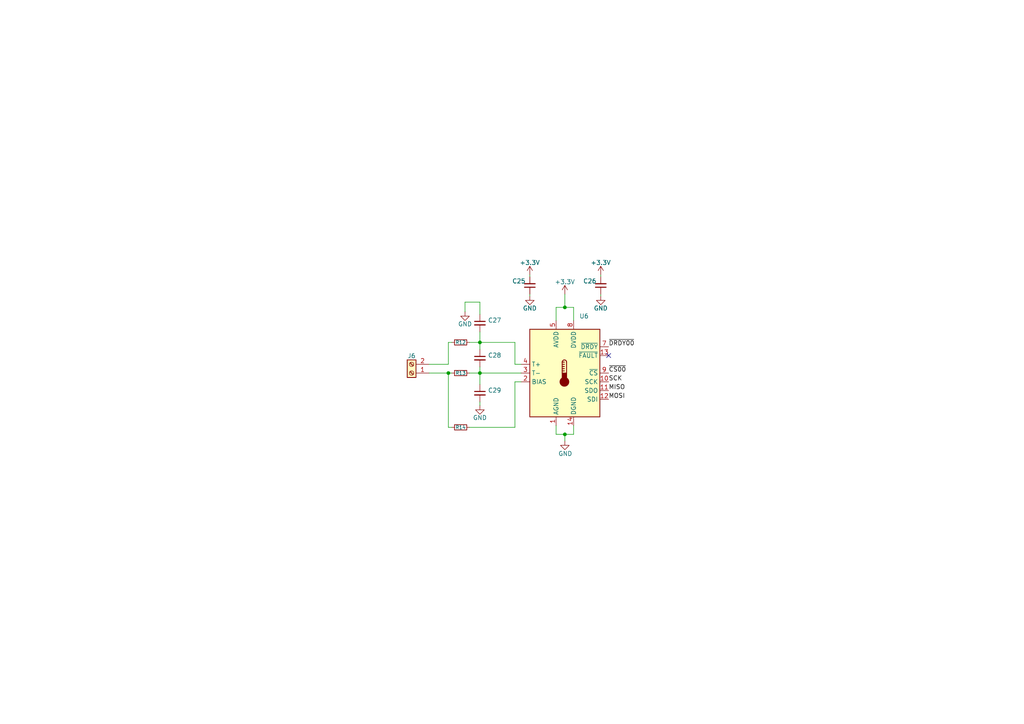
<source format=kicad_sch>
(kicad_sch (version 20211123) (generator eeschema)
  (paper "A4")
  (lib_symbols
    (symbol "Connector:Screw_Terminal_01x02" (pin_names (offset 1.016) hide)
      (property "Reference" "J" (at 0 2.54 0))
      (property "Value" "Screw_Terminal_01x02" (at 0 -5.08 0))
      (symbol "Screw_Terminal_01x02_1_1"
        (rectangle (start -1.27 1.27) (end 1.27 -3.81) (stroke (width 0.254)) (fill (type background)))
        (circle (center 0 -2.54) (radius 0.635) (stroke (width 0.1524)))
        (polyline (pts (xy -0.5334 -2.2098) (xy 0.3302 -3.048)) (stroke (width 0.1524)))
        (polyline (pts (xy -0.5334 0.3302) (xy 0.3302 -0.508)) (stroke (width 0.1524)))
        (polyline (pts (xy -0.3556 -2.032) (xy 0.508 -2.8702)) (stroke (width 0.1524)))
        (polyline (pts (xy -0.3556 0.508) (xy 0.508 -0.3302)) (stroke (width 0.1524)))
        (circle (center 0 0) (radius 0.635) (stroke (width 0.1524)))
        (pin passive line (at -5.08 0 0) (length 3.81) (name "Pin_1") (number "1"))
        (pin passive line (at -5.08 -2.54 0) (length 3.81) (name "Pin_2") (number "2"))
      )
    )
    (symbol "Device:C_Small" (pin_numbers hide) (pin_names (offset 0.254) hide)
      (property "Reference" "C" (at 0.254 1.778 0))
      (property "Value" "C_Small" (at 0.254 -2.032 0))
      (symbol "C_Small_0_1"
        (polyline (pts (xy -1.524 -0.508) (xy 1.524 -0.508)) (stroke (width 0.3302)))
        (polyline (pts (xy -1.524 0.508) (xy 1.524 0.508)) (stroke (width 0.3048)))
      )
      (symbol "C_Small_1_1"
        (pin passive line (at 0 2.54 270) (length 2.032) (name "~") (number "1"))
        (pin passive line (at 0 -2.54 90) (length 2.032) (name "~") (number "2"))
      )
    )
    (symbol "Device:R_Small" (pin_numbers hide) (pin_names (offset 0.254) hide)
      (property "Reference" "R" (at 0.762 0.508 0))
      (property "Value" "R_Small" (at 0.762 -1.016 0))
      (symbol "R_Small_0_1"
        (rectangle (start -0.762 1.778) (end 0.762 -1.778) (stroke (width 0.2032)))
      )
      (symbol "R_Small_1_1"
        (pin passive line (at 0 2.54 270) (length 0.762) (name "~") (number "1"))
        (pin passive line (at 0 -2.54 90) (length 0.762) (name "~") (number "2"))
      )
    )
    (symbol "Sensor_Temperature:MAX31856"
      (property "Reference" "U" (at -7.62 13.97 0))
      (property "Value" "MAX31856" (at 13.97 13.97 0))
      (symbol "MAX31856_0_1"
        (rectangle (start -10.16 12.7) (end 10.16 -12.7) (stroke (width 0.254)) (fill (type background)))
        (circle (center -0.127 -2.54) (radius 1.27) (stroke (width 0.254)) (fill (type outline)))
        (polyline (pts (xy -0.762 0.635) (xy -0.127 0.635)) (stroke (width 0.254)))
        (polyline (pts (xy -0.762 1.27) (xy -0.127 1.27)) (stroke (width 0.254)))
        (polyline (pts (xy -0.762 1.905) (xy -0.127 1.905)) (stroke (width 0.254)))
        (polyline (pts (xy -0.762 2.54) (xy -0.127 2.54)) (stroke (width 0.254)))
        (polyline (pts (xy -0.762 3.175) (xy -0.762 0)) (stroke (width 0.254)))
        (polyline (pts (xy -0.762 3.175) (xy -0.127 3.175)) (stroke (width 0.254)))
        (polyline (pts (xy 0.508 3.175) (xy 0.508 0)) (stroke (width 0.254)))
        (rectangle (start 0.508 -1.905) (end -0.762 0) (stroke (width 0.254)) (fill (type outline)))
        (arc (start 0.508 3.175) (mid -0.127 3.81) (end -0.762 3.175) (stroke (width 0.254)))
      )
      (symbol "MAX31856_1_1"
        (pin power_in line (at -2.54 -15.24 90) (length 2.54) (name "AGND") (number "1"))
        (pin input line (at 12.7 -2.54 180) (length 2.54) (name "SCK") (number "10"))
        (pin output line (at 12.7 -5.08 180) (length 2.54) (name "SDO") (number "11"))
        (pin input line (at 12.7 -7.62 180) (length 2.54) (name "SDI") (number "12"))
        (pin output line (at 12.7 5.08 180) (length 2.54) (name "~{FAULT}") (number "13"))
        (pin power_in line (at 2.54 -15.24 90) (length 2.54) (name "DGND") (number "14"))
        (pin input line (at -12.7 -2.54 0) (length 2.54) (name "BIAS") (number "2"))
        (pin input line (at -12.7 0 0) (length 2.54) (name "T-") (number "3"))
        (pin input line (at -12.7 2.54 0) (length 2.54) (name "T+") (number "4"))
        (pin power_in line (at -2.54 15.24 270) (length 2.54) (name "AVDD") (number "5"))
        (pin no_connect line (at -10.16 -7.62 0) (length 2.54) hide (name "DNC") (number "6"))
        (pin output line (at 12.7 7.62 180) (length 2.54) (name "~{DRDY}") (number "7"))
        (pin power_in line (at 2.54 15.24 270) (length 2.54) (name "DVDD") (number "8"))
        (pin input line (at 12.7 0 180) (length 2.54) (name "~{CS}") (number "9"))
      )
    )
    (symbol "power:+3.3V" (power) (pin_names (offset 0))
      (property "Value" "+3.3V" (at 0 3.556 0))
      (symbol "+3.3V_0_1"
        (polyline (pts (xy -0.762 1.27) (xy 0 2.54)))
        (polyline (pts (xy 0 0) (xy 0 2.54)))
        (polyline (pts (xy 0 2.54) (xy 0.762 1.27)))
      )
      (symbol "+3.3V_1_1"
        (pin power_in line (at 0 0 90) (length 0) hide (name "+3.3V") (number "1"))
      )
    )
    (symbol "power:GND" (power) (pin_names (offset 0))
      (property "Value" "GND" (at 0 -3.81 0))
      (symbol "GND_0_1"
        (polyline (pts (xy 0 0) (xy 0 -1.27) (xy 1.27 -1.27) (xy 0 -2.54) (xy -1.27 -1.27) (xy 0 -1.27)))
      )
      (symbol "GND_1_1"
        (pin power_in line (at 0 0 270) (length 0) hide (name "GND") (number "1"))
      )
    )
  )
  (junction (at 130.048 108.204))
  (junction (at 163.83 125.984))
  (junction (at 139.192 108.204))
  (junction (at 139.192 99.314))
  (junction (at 163.83 89.154))
  (no_connect (at 176.53 103.124))
  (wire (pts (xy 163.83 89.154) (xy 166.37 89.154)))
  (wire (pts (xy 163.83 85.344) (xy 163.83 89.154)))
  (wire (pts (xy 130.048 99.314) (xy 131.064 99.314)))
  (wire (pts (xy 130.048 123.952) (xy 131.064 123.952)))
  (wire (pts (xy 139.192 116.586) (xy 139.192 117.602)))
  (wire (pts (xy 139.192 108.204) (xy 139.192 111.506)))
  (wire (pts (xy 139.192 108.204) (xy 151.13 108.204)))
  (wire (pts (xy 151.13 105.664) (xy 149.352 105.664)))
  (wire (pts (xy 174.244 79.756) (xy 174.244 80.264)))
  (wire (pts (xy 149.352 105.664) (xy 149.352 99.314)))
  (wire (pts (xy 149.352 123.952) (xy 136.144 123.952)))
  (wire (pts (xy 153.67 85.344) (xy 153.67 85.852)))
  (wire (pts (xy 124.46 108.204) (xy 130.048 108.204)))
  (wire (pts (xy 163.83 125.984) (xy 163.83 127.889)))
  (wire (pts (xy 124.46 105.664) (xy 130.048 105.664)))
  (wire (pts (xy 149.352 110.744) (xy 149.352 123.952)))
  (wire (pts (xy 136.144 108.204) (xy 139.192 108.204)))
  (wire (pts (xy 139.192 99.314) (xy 139.192 101.346)))
  (wire (pts (xy 130.048 108.204) (xy 131.064 108.204)))
  (wire (pts (xy 134.874 87.63) (xy 134.874 90.424)))
  (wire (pts (xy 130.048 108.204) (xy 130.048 123.952)))
  (wire (pts (xy 161.29 92.964) (xy 161.29 89.154)))
  (wire (pts (xy 139.192 106.426) (xy 139.192 108.204)))
  (wire (pts (xy 139.192 87.63) (xy 134.874 87.63)))
  (wire (pts (xy 139.192 96.266) (xy 139.192 99.314)))
  (wire (pts (xy 136.144 99.314) (xy 139.192 99.314)))
  (wire (pts (xy 130.048 99.314) (xy 130.048 105.664)))
  (wire (pts (xy 174.244 85.344) (xy 174.244 85.852)))
  (wire (pts (xy 166.37 89.154) (xy 166.37 92.964)))
  (wire (pts (xy 166.37 125.984) (xy 166.37 123.444)))
  (wire (pts (xy 161.29 123.444) (xy 161.29 125.984)))
  (wire (pts (xy 151.13 110.744) (xy 149.352 110.744)))
  (wire (pts (xy 163.83 125.984) (xy 166.37 125.984)))
  (wire (pts (xy 139.192 91.186) (xy 139.192 87.63)))
  (wire (pts (xy 161.29 89.154) (xy 163.83 89.154)))
  (wire (pts (xy 161.29 125.984) (xy 163.83 125.984)))
  (wire (pts (xy 153.67 79.756) (xy 153.67 80.264)))
  (wire (pts (xy 149.352 99.314) (xy 139.192 99.314)))
  (label "~{CS00}" (at 176.53 108.204 0))
  (label "SCK" (at 176.53 110.744 0))
  (label "MISO" (at 176.53 113.284 0))
  (label "MOSI" (at 176.53 115.824 0))
  (label "~{DRDY00}" (at 176.53 100.584 0))
  (symbol (lib_id "Device:R_Small") (at 133.604 108.204 90) (unit 1)
    (property "Reference" "R13" (at 133.604 108.204 90) (effects (font (size 1 1))))
  )
  (symbol (lib_id "power:+3.3V") (at 163.83 85.344 0) (unit 1)
    (property "Reference" "#PWR042" (effects hide))
  )
  (symbol (lib_id "power:GND") (at 163.83 127.889 0) (unit 1)
    (property "Reference" "#PWR047" (effects hide))
  )
  (symbol (lib_id "Sensor_Temperature:MAX31856") (at 163.83 108.204 0) (unit 1)
    (property "Reference" "U6" (at 168.021 91.6971 0) (effects (justify left)))
    (property "Datasheet" "https://datasheets.maximintegrated.com/en/ds/MAX31856.pdf" (effects hide))
  )
  (symbol (lib_id "Device:C_Small") (at 139.192 103.886 0) (unit 1)
    (property "Reference" "C28" (at 141.5161 103.0576 0) (effects (justify left)))
  )
  (symbol (lib_id "Device:C_Small") (at 139.192 93.726 0) (unit 1)
    (property "Reference" "C27" (at 141.5161 92.8976 0) (effects (justify left)))
  )
  (symbol (lib_id "power:+3.3V") (at 174.244 79.756 0) (unit 1)
    (property "Reference" "#PWR041" (effects hide))
  )
  (symbol (lib_id "power:GND") (at 134.874 90.424 0) (mirror y) (unit 1)
    (property "Reference" "#PWR045" (effects hide))
  )
  (symbol (lib_id "power:GND") (at 139.192 117.602 0) (mirror y) (unit 1)
    (property "Reference" "#PWR046" (effects hide))
  )
  (symbol (lib_id "Device:R_Small") (at 133.604 123.952 90) (unit 1)
    (property "Reference" "R14" (at 133.604 123.952 90) (effects (font (size 1 1))))
  )
  (symbol (lib_id "Connector:Screw_Terminal_01x02") (at 119.38 108.204 180) (unit 1)
    (property "Reference" "J6" (at 119.38 103.2312 0))
  )
  (symbol (lib_id "Device:C_Small") (at 153.67 82.804 0) (mirror x) (unit 1)
    (property "Reference" "C25" (at 150.495 81.534 0))
  )
  (symbol (lib_id "Device:C_Small") (at 174.244 82.804 0) (mirror x) (unit 1)
    (property "Reference" "C26" (at 171.069 81.534 0))
  )
  (symbol (lib_id "power:+3.3V") (at 153.67 79.756 0) (unit 1)
    (property "Reference" "#PWR040" (effects hide))
  )
  (symbol (lib_id "Device:C_Small") (at 139.192 114.046 0) (unit 1)
    (property "Reference" "C29" (at 141.5161 113.2176 0) (effects (justify left)))
  )
  (symbol (lib_id "Device:R_Small") (at 133.604 99.314 90) (unit 1)
    (property "Reference" "R12" (at 133.604 99.314 90) (effects (font (size 1 1))))
  )
  (symbol (lib_id "power:GND") (at 153.67 85.852 0) (mirror y) (unit 1)
    (property "Reference" "#PWR043" (effects hide))
  )
  (symbol (lib_id "power:GND") (at 174.244 85.852 0) (mirror y) (unit 1)
    (property "Reference" "#PWR044" (effects hide))
  )
)
</source>
